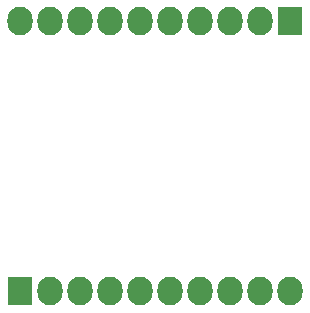
<source format=gbr>
G04 #@! TF.FileFunction,Soldermask,Bot*
%FSLAX46Y46*%
G04 Gerber Fmt 4.6, Leading zero omitted, Abs format (unit mm)*
G04 Created by KiCad (PCBNEW 4.0.1-stable) date Monday, February 29, 2016 'PMt' 01:12:21 PM*
%MOMM*%
G01*
G04 APERTURE LIST*
%ADD10C,0.150000*%
%ADD11R,2.127200X2.432000*%
%ADD12O,2.127200X2.432000*%
G04 APERTURE END LIST*
D10*
D11*
X142240000Y-119380000D03*
D12*
X144780000Y-119380000D03*
X147320000Y-119380000D03*
X149860000Y-119380000D03*
X152400000Y-119380000D03*
X154940000Y-119380000D03*
X157480000Y-119380000D03*
X160020000Y-119380000D03*
X162560000Y-119380000D03*
X165100000Y-119380000D03*
D11*
X165100000Y-96520000D03*
D12*
X162560000Y-96520000D03*
X160020000Y-96520000D03*
X157480000Y-96520000D03*
X154940000Y-96520000D03*
X152400000Y-96520000D03*
X149860000Y-96520000D03*
X147320000Y-96520000D03*
X144780000Y-96520000D03*
X142240000Y-96520000D03*
M02*

</source>
